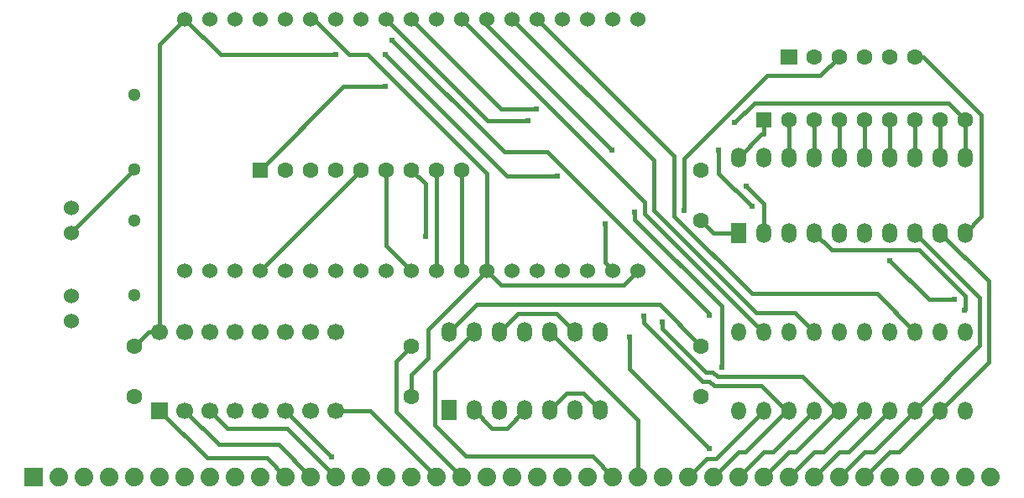
<source format=gbl>
G04 Layer: BottomLayer*
G04 EasyEDA v6.5.42, 2024-04-02 15:41:54*
G04 2b23fd05ff384805b3ab63b0522f50a2,2162b387b2864a4d85882ef8f1f27c6b,10*
G04 Gerber Generator version 0.2*
G04 Scale: 100 percent, Rotated: No, Reflected: No *
G04 Dimensions in millimeters *
G04 leading zeros omitted , absolute positions ,4 integer and 5 decimal *
%FSLAX45Y45*%
%MOMM*%

%ADD10C,0.4000*%
%ADD11R,1.8796X1.8796*%
%ADD12C,1.8796*%
%ADD13C,1.6000*%
%ADD14C,1.5240*%
%ADD15R,1.8000X1.6000*%
%ADD16C,1.3000*%
%ADD17R,1.6000X1.6000*%
%ADD18O,1.499997X1.9999959999999999*%
%ADD19R,1.5000X2.0000*%
%ADD20O,1.524X1.9999959999999999*%
%ADD21O,1.4619985999999998X1.8275046*%
%ADD22R,1.7000X1.7000*%
%ADD23C,1.7000*%
%ADD24C,0.6100*%
%ADD25C,0.0146*%

%LPD*%
D10*
X3429000Y-10810976D02*
G01*
X3897198Y-11279174D01*
X4434687Y-7220407D02*
G01*
X5658662Y-8444382D01*
X6170574Y-8444382D01*
X2413000Y-6857974D02*
G01*
X2775432Y-7220407D01*
X3937000Y-7220407D01*
X2413000Y-6857974D02*
G01*
X2159000Y-7111974D01*
X2159000Y-10016972D01*
X4699000Y-10159974D02*
G01*
X4546777Y-10312196D01*
X4546777Y-10821593D01*
X5207000Y-11481815D01*
X7619974Y-10159974D02*
G01*
X7203135Y-9743135D01*
X5355843Y-9743135D01*
X5080000Y-10018979D01*
X8254974Y-7873974D02*
G01*
X8254974Y-8024037D01*
X8254974Y-8024037D02*
G01*
X8231911Y-8024037D01*
X8000974Y-8254974D01*
X2159000Y-10016972D02*
G01*
X2048002Y-10016972D01*
X1905000Y-10159974D01*
X8762974Y-9016974D02*
G01*
X8938564Y-9192564D01*
X9823780Y-9192564D01*
X10287000Y-9655784D01*
X10287000Y-9791192D01*
X10275976Y-9802215D01*
X8762974Y-10810976D02*
G01*
X8343341Y-11230610D01*
X8252206Y-11230610D01*
X8001000Y-11481815D01*
X7800543Y-8184845D02*
G01*
X7800543Y-8415223D01*
X8137601Y-8752281D01*
X5461000Y-6857974D02*
G01*
X5461000Y-6924370D01*
X6721475Y-8184845D01*
X3175000Y-8381974D02*
G01*
X4014444Y-7542529D01*
X4436999Y-7542529D01*
X7452309Y-8791803D02*
G01*
X7452309Y-8269223D01*
X8290433Y-7431100D01*
X8824849Y-7431100D01*
X9016974Y-7238974D01*
X6731000Y-9397974D02*
G01*
X6653758Y-9320733D01*
X6653758Y-8926321D01*
X4699000Y-8381974D02*
G01*
X4840884Y-8523859D01*
X4840884Y-9056700D01*
X4699000Y-9397974D02*
G01*
X4445000Y-9143974D01*
X4445000Y-8381974D01*
X9778974Y-10016972D02*
G01*
X9395586Y-9633585D01*
X8132749Y-9633585D01*
X7351649Y-8852484D01*
X7351649Y-8240623D01*
X5969000Y-6857974D01*
X9778974Y-10810976D02*
G01*
X10431246Y-10158704D01*
X10431246Y-9669246D01*
X9778974Y-9016974D01*
X9017000Y-11481815D02*
G01*
X9268206Y-11230610D01*
X9359341Y-11230610D01*
X9778974Y-10810976D01*
X8254974Y-10016972D02*
G01*
X8242249Y-10016972D01*
X7054189Y-8828912D01*
X7054189Y-8705164D01*
X5207000Y-6857974D01*
X8762974Y-10016972D02*
G01*
X8566861Y-9820859D01*
X8173618Y-9820859D01*
X7144334Y-8791575D01*
X7144334Y-8287308D01*
X5715000Y-6857974D01*
X10179608Y-9691014D02*
G01*
X9918395Y-9691014D01*
X9524974Y-9297593D01*
X8763000Y-11481815D02*
G01*
X9014206Y-11230610D01*
X9105341Y-11230610D01*
X9524974Y-10810976D01*
X4507052Y-7069480D02*
G01*
X5633948Y-8196376D01*
X6066180Y-8196376D01*
X7701584Y-9831781D01*
X7701584Y-9853244D01*
X7705115Y-11198479D02*
G01*
X6902221Y-10395585D01*
X6902221Y-10066731D01*
X8509000Y-11481815D02*
G01*
X8760206Y-11230610D01*
X8851341Y-11230610D01*
X9270974Y-10810976D01*
X2159000Y-10810976D02*
G01*
X2638018Y-11289995D01*
X3237179Y-11289995D01*
X3429000Y-11481815D01*
X2413000Y-10810976D02*
G01*
X2757144Y-11155121D01*
X3356305Y-11155121D01*
X3683000Y-11481815D01*
X4445000Y-6857974D02*
G01*
X5469254Y-7882229D01*
X5872530Y-7882229D01*
X10286974Y-7873974D02*
G01*
X10120122Y-7707121D01*
X8160689Y-7707121D01*
X7961122Y-7906689D01*
X10286974Y-8254974D02*
G01*
X10286974Y-7873974D01*
X7229856Y-9917887D02*
G01*
X7229856Y-9983444D01*
X7672019Y-10425607D01*
X7741081Y-10425607D01*
X7787487Y-10472013D01*
X8644940Y-10472013D01*
X8989059Y-10816107D01*
X9016974Y-10810976D02*
G01*
X9011818Y-10816132D01*
X8989059Y-10816132D01*
X8989059Y-10816107D01*
X8255000Y-11481815D02*
G01*
X8506206Y-11230610D01*
X8574557Y-11230610D01*
X8989059Y-10816107D01*
X5461000Y-9397974D02*
G01*
X5461000Y-8415934D01*
X4257700Y-7212634D01*
X4071594Y-7212634D01*
X3716934Y-6857974D01*
X3683000Y-6857974D01*
X3937000Y-10810976D02*
G01*
X4282160Y-10810976D01*
X4953000Y-11481815D01*
X6985000Y-9397974D02*
G01*
X6838619Y-9544354D01*
X5607380Y-9544354D01*
X5461000Y-9397974D01*
X9778974Y-7238974D02*
G01*
X9865436Y-7238974D01*
X10448975Y-7822514D01*
X10448975Y-8854973D01*
X10286974Y-9016974D01*
X5461000Y-9397974D02*
G01*
X4867706Y-9991267D01*
X4867706Y-10280700D01*
X4699000Y-10449407D01*
X4699000Y-10667974D01*
X8000974Y-9016974D02*
G01*
X7746974Y-9016974D01*
X7619974Y-8889974D01*
X5842000Y-10808970D02*
G01*
X5661355Y-10989614D01*
X5514644Y-10989614D01*
X5334000Y-10808970D01*
X6604000Y-10808970D02*
G01*
X6432905Y-10637875D01*
X6267094Y-10637875D01*
X6096000Y-10808970D01*
X6096000Y-10018979D02*
G01*
X6985000Y-10907979D01*
X6985000Y-11481815D01*
X9778974Y-8254974D02*
G01*
X9778974Y-7873974D01*
X9524974Y-8254974D02*
G01*
X9524974Y-7873974D01*
X9270974Y-8254974D02*
G01*
X9270974Y-7873974D01*
X9016974Y-8254974D02*
G01*
X9016974Y-7873974D01*
X8762974Y-8254974D02*
G01*
X8762974Y-7873974D01*
X10032974Y-9016974D02*
G01*
X10522483Y-9506483D01*
X10522483Y-10321467D01*
X10032974Y-10810976D01*
X10032974Y-10810976D02*
G01*
X9613341Y-11230610D01*
X9522206Y-11230610D01*
X9271000Y-11481815D01*
X5334000Y-10018979D02*
G01*
X4934000Y-10418978D01*
X4934000Y-10957179D01*
X5249925Y-11273104D01*
X6522288Y-11273104D01*
X6731000Y-11481815D01*
X10032974Y-8254974D02*
G01*
X10032974Y-7873974D01*
X1905000Y-8380984D02*
G01*
X1270000Y-9015984D01*
X1270000Y-9016974D01*
X6350000Y-10018979D02*
G01*
X6165722Y-9834702D01*
X5772277Y-9834702D01*
X5588000Y-10018979D01*
X3175000Y-9397974D02*
G01*
X4191000Y-8381974D01*
X4953000Y-9397974D02*
G01*
X4953000Y-8381974D01*
X8074406Y-8542121D02*
G01*
X8254974Y-8722690D01*
X8254974Y-9016974D01*
X7829168Y-10371353D02*
G01*
X7829168Y-9757359D01*
X6953529Y-8881719D01*
X6953529Y-8812555D01*
X7493000Y-11481815D02*
G01*
X7675676Y-11299139D01*
X7766811Y-11299139D01*
X8254974Y-10810976D01*
X7044156Y-9862337D02*
G01*
X7044156Y-9926040D01*
X7635900Y-10517784D01*
X7705775Y-10517784D01*
X7750149Y-10562158D01*
X8227085Y-10562158D01*
X8481059Y-10816107D01*
X8508974Y-10810976D02*
G01*
X8503818Y-10816132D01*
X8481059Y-10816132D01*
X8481059Y-10816107D01*
X7747000Y-11481815D02*
G01*
X7998206Y-11230610D01*
X8066557Y-11230610D01*
X8481059Y-10816107D01*
X4699000Y-6857974D02*
G01*
X5607684Y-7766659D01*
X5961938Y-7766659D01*
X8508974Y-8254974D02*
G01*
X8508974Y-7873974D01*
X2667000Y-10810976D02*
G01*
X2846171Y-10990148D01*
X3445332Y-10990148D01*
X3937000Y-11481815D01*
X5207000Y-9397974D02*
G01*
X5207000Y-8381974D01*
D11*
G01*
X889000Y-11481815D03*
D12*
G01*
X1143000Y-11481815D03*
G01*
X1397000Y-11481815D03*
G01*
X1651000Y-11481815D03*
G01*
X1905000Y-11481815D03*
G01*
X2159000Y-11481815D03*
G01*
X2413000Y-11481815D03*
G01*
X2667000Y-11481815D03*
G01*
X2921000Y-11481815D03*
G01*
X3175000Y-11481815D03*
G01*
X3429000Y-11481815D03*
G01*
X3683000Y-11481815D03*
G01*
X3937000Y-11481815D03*
G01*
X4191000Y-11481815D03*
G01*
X4445000Y-11481815D03*
G01*
X4699000Y-11481815D03*
G01*
X4953000Y-11481815D03*
G01*
X5207000Y-11481815D03*
G01*
X5461000Y-11481815D03*
G01*
X5715000Y-11481815D03*
G01*
X5969000Y-11481815D03*
G01*
X6223000Y-11481815D03*
G01*
X6477000Y-11481815D03*
G01*
X6731000Y-11481815D03*
G01*
X6985000Y-11481815D03*
G01*
X7239000Y-11481815D03*
G01*
X7493000Y-11481815D03*
G01*
X7747000Y-11481815D03*
G01*
X8001000Y-11481815D03*
G01*
X8255000Y-11481815D03*
G01*
X8509000Y-11481815D03*
G01*
X8763000Y-11481815D03*
G01*
X9017000Y-11481815D03*
G01*
X9271000Y-11481815D03*
G01*
X9525000Y-11481815D03*
G01*
X9779000Y-11481815D03*
G01*
X10033000Y-11481815D03*
G01*
X10287000Y-11481815D03*
G01*
X10541000Y-11481815D03*
D13*
G01*
X1905000Y-10667974D03*
G01*
X1905000Y-10159974D03*
G01*
X4699000Y-10667974D03*
G01*
X4699000Y-10159974D03*
G01*
X7619974Y-8889974D03*
G01*
X7619974Y-8381974D03*
G01*
X7619974Y-10667974D03*
G01*
X7619974Y-10159974D03*
D14*
G01*
X1270000Y-8762974D03*
G01*
X1270000Y-9016974D03*
G01*
X1270000Y-9651974D03*
G01*
X1270000Y-9905974D03*
D13*
G01*
X9778974Y-7238974D03*
G01*
X9524974Y-7238974D03*
G01*
X9270974Y-7238974D03*
G01*
X9016974Y-7238974D03*
G01*
X8762974Y-7238974D03*
D15*
G01*
X8508974Y-7238974D03*
D16*
G01*
X1905000Y-8380984D03*
G01*
X1905000Y-7620965D03*
G01*
X1905000Y-9650984D03*
G01*
X1905000Y-8890965D03*
D17*
G01*
X3175000Y-8381974D03*
D13*
G01*
X3429000Y-8381974D03*
G01*
X3683000Y-8381974D03*
G01*
X3937000Y-8381974D03*
G01*
X4191000Y-8381974D03*
G01*
X4445000Y-8381974D03*
G01*
X4699000Y-8381974D03*
G01*
X4953000Y-8381974D03*
G01*
X5207000Y-8381974D03*
D17*
G01*
X8254974Y-7873974D03*
D13*
G01*
X8508974Y-7873974D03*
G01*
X8762974Y-7873974D03*
G01*
X9016974Y-7873974D03*
G01*
X9270974Y-7873974D03*
G01*
X9524974Y-7873974D03*
G01*
X9778974Y-7873974D03*
G01*
X10032974Y-7873974D03*
G01*
X10286974Y-7873974D03*
D14*
G01*
X6985000Y-6858000D03*
G01*
X6731000Y-6858000D03*
G01*
X6477000Y-6858000D03*
G01*
X6223000Y-6858000D03*
G01*
X5969000Y-6858000D03*
G01*
X5715000Y-6858000D03*
G01*
X5461000Y-6858000D03*
G01*
X5207000Y-6858000D03*
G01*
X4953000Y-6858000D03*
G01*
X4699000Y-6858000D03*
G01*
X4445000Y-6858000D03*
G01*
X4191000Y-6858000D03*
G01*
X3937000Y-6858000D03*
G01*
X3683000Y-6858000D03*
G01*
X3429000Y-6858000D03*
G01*
X3175000Y-6858000D03*
G01*
X2921000Y-6858000D03*
G01*
X2667000Y-6858000D03*
G01*
X2667000Y-9398000D03*
G01*
X2921000Y-9398000D03*
G01*
X3175000Y-9398000D03*
G01*
X3429000Y-9398000D03*
G01*
X3683000Y-9398000D03*
G01*
X3937000Y-9398000D03*
G01*
X4191000Y-9398000D03*
G01*
X4445000Y-9398000D03*
G01*
X4699000Y-9398000D03*
G01*
X4953000Y-9398000D03*
G01*
X5207000Y-9398000D03*
G01*
X5461000Y-9398000D03*
G01*
X5715000Y-9398000D03*
G01*
X5969000Y-9398000D03*
G01*
X6223000Y-9398000D03*
G01*
X6477000Y-9398000D03*
G01*
X6731000Y-9398000D03*
G01*
X6985000Y-9398000D03*
G01*
X2413000Y-9398000D03*
G01*
X2413000Y-6858000D03*
D18*
G01*
X10032974Y-9016974D03*
G01*
X9778974Y-9016974D03*
G01*
X9524974Y-9016974D03*
G01*
X9270974Y-9016974D03*
G01*
X9016974Y-9016974D03*
G01*
X8762974Y-9016974D03*
G01*
X8508974Y-9016974D03*
G01*
X8254974Y-9016974D03*
D19*
G01*
X8000974Y-9016974D03*
D20*
G01*
X10286974Y-9016974D03*
G01*
X10286974Y-8254974D03*
G01*
X10032974Y-8254974D03*
G01*
X9778974Y-8254974D03*
G01*
X9524974Y-8254974D03*
G01*
X9270974Y-8254974D03*
G01*
X9016974Y-8254974D03*
G01*
X8762974Y-8254974D03*
G01*
X8508974Y-8254974D03*
G01*
X8254974Y-8254974D03*
G01*
X8000974Y-8254974D03*
D21*
G01*
X8000974Y-10810976D03*
G01*
X8000974Y-10016972D03*
G01*
X8254974Y-10810976D03*
G01*
X8254974Y-10016972D03*
G01*
X8508974Y-10810976D03*
G01*
X8508974Y-10016972D03*
G01*
X8762974Y-10810976D03*
G01*
X8762974Y-10016972D03*
G01*
X9016974Y-10810976D03*
G01*
X9016974Y-10016972D03*
G01*
X9270974Y-10810976D03*
G01*
X9270974Y-10016972D03*
G01*
X9524974Y-10810976D03*
G01*
X9524974Y-10016972D03*
G01*
X9778974Y-10810976D03*
G01*
X9778974Y-10016972D03*
G01*
X10032974Y-10810976D03*
G01*
X10032974Y-10016972D03*
G01*
X10286974Y-10810976D03*
G01*
X10286974Y-10016972D03*
D22*
G01*
X2159000Y-10810976D03*
D23*
G01*
X2413000Y-10810976D03*
G01*
X3683000Y-10810976D03*
G01*
X3937000Y-10810976D03*
G01*
X2667000Y-10810976D03*
G01*
X2921000Y-10810976D03*
G01*
X3429000Y-10810976D03*
G01*
X3175000Y-10810976D03*
G01*
X3937000Y-10016972D03*
G01*
X3683000Y-10016972D03*
G01*
X3429000Y-10016972D03*
G01*
X3175000Y-10016972D03*
G01*
X2921000Y-10016972D03*
G01*
X2667000Y-10016972D03*
G01*
X2413000Y-10016972D03*
G01*
X2159000Y-10016972D03*
D19*
G01*
X5080000Y-10808970D03*
D18*
G01*
X5334000Y-10808970D03*
G01*
X5588000Y-10808970D03*
G01*
X5842000Y-10808970D03*
G01*
X6096000Y-10808970D03*
G01*
X6350000Y-10808970D03*
G01*
X6604000Y-10808970D03*
G01*
X5080000Y-10018979D03*
G01*
X5334000Y-10018979D03*
G01*
X5588000Y-10018979D03*
G01*
X5842000Y-10018979D03*
G01*
X6096000Y-10018979D03*
G01*
X6350000Y-10018979D03*
G01*
X6604000Y-10018979D03*
D24*
G01*
X3897198Y-11279174D03*
G01*
X6170574Y-8444382D03*
G01*
X4434687Y-7220407D03*
G01*
X3937000Y-7220407D03*
G01*
X10275976Y-9802215D03*
G01*
X6721475Y-8184845D03*
G01*
X7800543Y-8184845D03*
G01*
X8137601Y-8752281D03*
G01*
X4436999Y-7542529D03*
G01*
X7452309Y-8791803D03*
G01*
X6653758Y-8926321D03*
G01*
X4840884Y-9056700D03*
G01*
X9524974Y-9297593D03*
G01*
X10179608Y-9691014D03*
G01*
X4507052Y-7069480D03*
G01*
X7701584Y-9853244D03*
G01*
X6902221Y-10066731D03*
G01*
X7705115Y-11198479D03*
G01*
X5872530Y-7882229D03*
G01*
X7961122Y-7906689D03*
G01*
X7229856Y-9917887D03*
G01*
X8074406Y-8542121D03*
G01*
X6953529Y-8812555D03*
G01*
X7829168Y-10371353D03*
G01*
X7044156Y-9862337D03*
G01*
X5961938Y-7766659D03*
M02*

</source>
